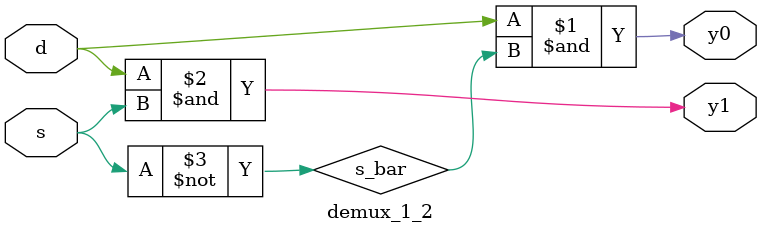
<source format=v>
module demux_1_2 (
input d,
input s,
output y0,y1
);
wire s_bar;

not (s_bar, s);
and (y0, d, s_bar);
and (y1, d, s);
endmodule


</source>
